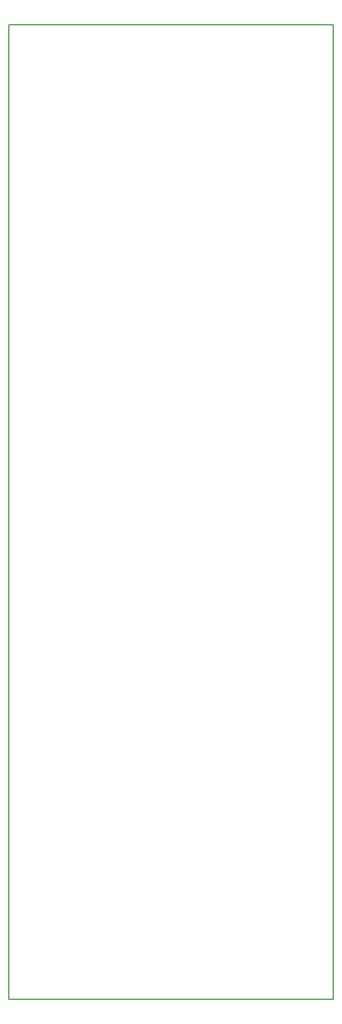
<source format=gbr>
%TF.GenerationSoftware,KiCad,Pcbnew,(6.0.11)*%
%TF.CreationDate,2023-04-04T20:38:18-04:00*%
%TF.ProjectId,ProtogenBackpackPCB,50726f74-6f67-4656-9e42-61636b706163,rev?*%
%TF.SameCoordinates,Original*%
%TF.FileFunction,Profile,NP*%
%FSLAX46Y46*%
G04 Gerber Fmt 4.6, Leading zero omitted, Abs format (unit mm)*
G04 Created by KiCad (PCBNEW (6.0.11)) date 2023-04-04 20:38:18*
%MOMM*%
%LPD*%
G01*
G04 APERTURE LIST*
%TA.AperFunction,Profile*%
%ADD10C,0.150000*%
%TD*%
G04 APERTURE END LIST*
D10*
X114300000Y-25400000D02*
X164300000Y-25400000D01*
X164300000Y-25400000D02*
X164300000Y-175400000D01*
X164300000Y-175400000D02*
X114300000Y-175400000D01*
X114300000Y-175400000D02*
X114300000Y-25400000D01*
M02*

</source>
